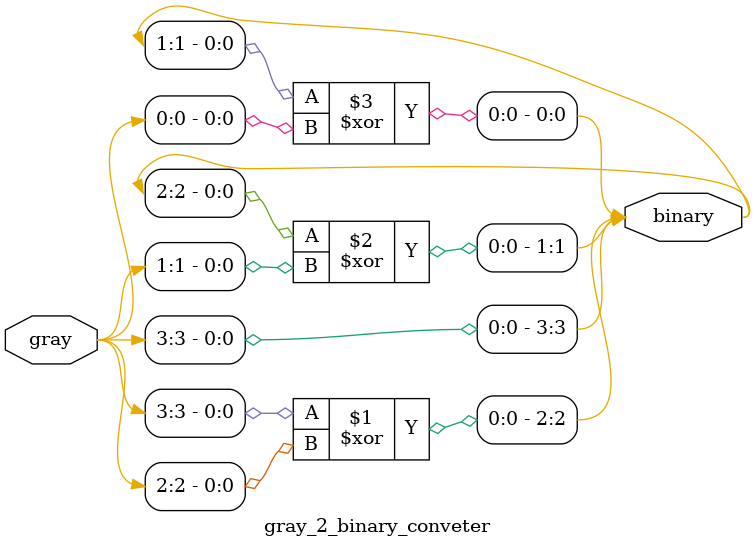
<source format=v>
`timescale 1ns / 1ps

module gray_2_binary_conveter(binary,gray);

input [3:0]gray;
output [3:0]binary;

assign binary[3] = gray[3];
assign binary[2] = binary[3] ^ gray[2];
assign binary[1] = binary[2] ^ gray[1];
assign binary[0] = binary[1] ^ gray[0];

endmodule


</source>
